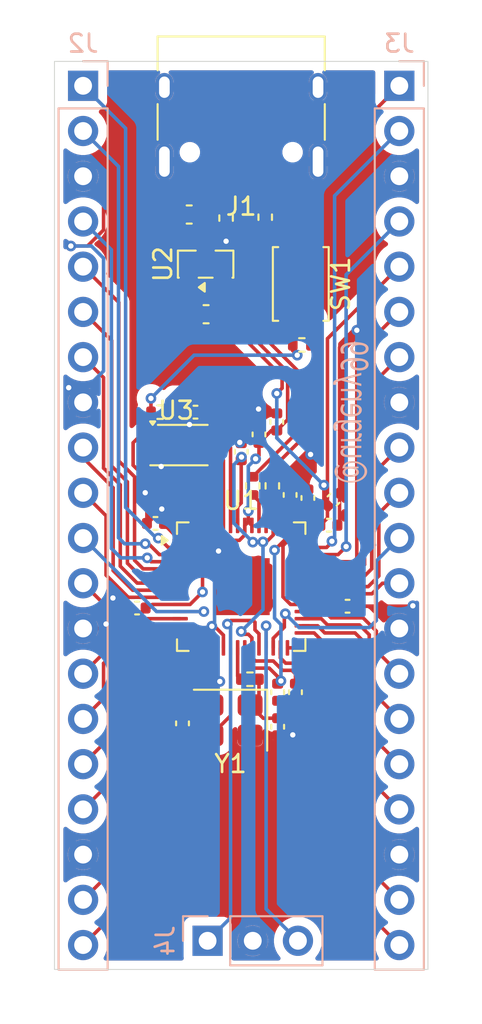
<source format=kicad_pcb>
(kicad_pcb (version 20241229) (generator "pcbnew") (generator_version "9.0")
  (layers (0 "F.Cu" signal) (2 "B.Cu" signal) (13 "F.Paste" user) (15 "B.Paste" user) (5 "F.SilkS" user "F.Silkscreen") (7 "B.SilkS" user "B.Silkscreen") (1 "F.Mask" user) (3 "B.Mask" user) (25 "Edge.Cuts" user))
  (net 0 "")
  (net 1 "+3V3")
  (net 2 "GND")
  (net 3 "+1V1")
  (net 4 "VBUS")
  (net 5 "XIN")
  (net 6 "Net-(C16-Pad2)")
  (net 7 "USB_D-")
  (net 8 "USB_D+")
  (net 9 "Net-(J1-CC1)")
  (net 10 "Net-(J1-CC2)")
  (net 11 "GPIO2")
  (net 12 "GPIO13")
  (net 13 "GPIO4")
  (net 14 "GPIO6")
  (net 15 "GPIO7")
  (net 16 "GPIO0")
  (net 17 "GPIO14")
  (net 18 "GPIO1")
  (net 19 "GPIO9")
  (net 20 "GPIO15")
  (net 21 "GPIO3")
  (net 22 "GPIO11")
  (net 23 "GPIO8")
  (net 24 "GPIO12")
  (net 25 "GPIO10")
  (net 26 "GPIO5")
  (net 27 "GPIO28_ADC2")
  (net 28 "GPIO26_ADC0")
  (net 29 "GPIO20")
  (net 30 "GPIO22")
  (net 31 "GPIO19")
  (net 32 "GPIO23")
  (net 33 "GPIO18")
  (net 34 "GPIO24")
  (net 35 "GPIO27_ADC1")
  (net 36 "GPIO17")
  (net 37 "GPIO16")
  (net 38 "GPIO29_ADC3")
  (net 39 "GPIO21")
  (net 40 "RUN")
  (net 41 "SWCLK")
  (net 42 "SWD")
  (net 43 "Net-(U1-USB_DP)")
  (net 44 "Net-(U1-USB_DM)")
  (net 45 "XOUT")
  (net 46 "QSPI_SS")
  (net 47 "Net-(R6-Pad1)")
  (net 48 "QSPI_SD0")
  (net 49 "QSPI_SD2")
  (net 50 "QSPI_SD3")
  (net 51 "QSPI_SD1")
  (net 53 "QSPI_SCLK")
  (footprint "Capacitor_SMD:C_0402_1005Metric" (layer "F.Cu") (at 154.145 77.45 180)
    (property "Reference" "C9" (hide yes))
    (property "Value" "0.1uF")
  )
  (footprint "Capacitor_SMD:C_0402_1005Metric" (layer "F.Cu") (at 161 67.7 90)
    (property "Reference" "C4" (hide yes))
    (property "Value" "0.1uF")
  )
  (footprint "Connector_USB:USB_C_Receptacle_HRO_TYPE-C-31-M-12" (layer "F.Cu") (at 160 49.25 180)
    (property "Reference" "J1")
    (property "Value" "USB_C_Receptacle_USB2.0_14P")
  )
  (footprint "Capacitor_SMD:C_0402_1005Metric" (layer "F.Cu") (at 165.98 77.35)
    (property "Reference" "C5" (hide yes))
    (property "Value" "0.1uF")
  )
  (footprint "Crystal:Crystal_SMD_3225-4Pin_3.2x2.5mm" (layer "F.Cu") (at 159.4 83.75 180)
    (property "Reference" "Y1")
    (property "Value" "12 MHz")
  )
  (footprint "Capacitor_SMD:C_0402_1005Metric" (layer "F.Cu") (at 162 67 90)
    (property "Reference" "C2" (hide yes))
    (property "Value" "0.1uF")
  )
  (footprint "Capacitor_SMD:C_0402_1005Metric" (layer "F.Cu") (at 156.7 83.93 -90)
    (property "Reference" "C15" (hide yes))
    (property "Value" "33pF")
  )
  (footprint "Package_TO_SOT_SMD:SOT-23" (layer "F.Cu") (at 158 58.1375 90)
    (property "Reference" "U2")
    (property "Value" "MCP1700x-330xxTT")
  )
  (footprint "Capacitor_SMD:C_0402_1005Metric" (layer "F.Cu") (at 164.93 72.8)
    (property "Reference" "C3" (hide yes))
    (property "Value" "0.1uF")
  )
  (footprint "Capacitor_SMD:C_0402_1005Metric" (layer "F.Cu") (at 160 68.67 90)
    (property "Reference" "C12" (hide yes))
    (property "Value" "0.1uF")
  )
  (footprint "Resistor_SMD:R_0402_1005Metric" (layer "F.Cu") (at 161.35 55.5 -90)
    (property "Reference" "R2" (hide yes))
    (property "Value" "5.1K")
  )
  (footprint "Capacitor_SMD:C_0402_1005Metric" (layer "F.Cu") (at 162.05 82.18 -90)
    (property "Reference" "C6" (hide yes))
    (property "Value" "0.1uF")
  )
  (footprint "Capacitor_SMD:C_0402_1005Metric" (layer "F.Cu") (at 155.18 72.7 180)
    (property "Reference" "C8" (hide yes))
    (property "Value" "0.1uF")
  )
  (footprint "Capacitor_SMD:C_0402_1005Metric" (layer "F.Cu") (at 163.75 71.27 90)
    (property "Reference" "C7" (hide yes))
    (property "Value" "0.1uF")
  )
  (footprint "Capacitor_SMD:C_0402_1005Metric" (layer "F.Cu") (at 162.75 71.1 90)
    (property "Reference" "C11" (hide yes))
    (property "Value" "0.1uF")
  )
  (footprint "Button_Switch_SMD:SW_Push_SPST_NO_Alps_SKRK" (layer "F.Cu") (at 163.35 59.25 -90)
    (property "Reference" "SW1")
    (property "Value" "SW_Push")
  )
  (footprint "Resistor_SMD:R_0402_1005Metric" (layer "F.Cu") (at 160.49 81.45 180)
    (property "Reference" "R5" (hide yes))
    (property "Value" "1K")
  )
  (footprint "Resistor_SMD:R_0402_1005Metric" (layer "F.Cu") (at 161.75 70.59 -90)
    (property "Reference" "R4" (hide yes))
    (property "Value" "27")
  )
  (footprint "Capacitor_SMD:C_0402_1005Metric" (layer "F.Cu") (at 157.43 66.45 180)
    (property "Reference" "C17" (hide yes))
    (property "Value" "0.1uF")
  )
  (footprint "Resistor_SMD:R_0402_1005Metric" (layer "F.Cu") (at 163.41 62.675 180)
    (property "Reference" "R6" (hide yes))
    (property "Value" "1K")
  )
  (footprint "Package_DFN_QFN:QFN-56-1EP_7x7mm_P0.4mm_EP3.2x3.2mm" (layer "F.Cu") (at 160 76.25)
    (property "Reference" "U1")
    (property "Value" "RP2040")
  )
  (footprint "Capacitor_SMD:C_0603_1608Metric" (layer "F.Cu") (at 157.075 55.35 180)
    (property "Reference" "C13" (hide yes))
    (property "Value" "10uF")
  )
  (footprint "Package_SON:Winbond_USON-8-1EP_3x2mm_P0.5mm_EP0.2x1.6mm" (layer "F.Cu") (at 156.5 68.3)
    (property "Reference" "U3")
    (property "Value" "W25Q16JVUXIQ TR")
  )
  (footprint "Resistor_SMD:R_0402_1005Metric" (layer "F.Cu") (at 155.44 66.45 180)
    (property "Reference" "R7" (hide yes))
    (property "Value" "10K")
  )
  (footprint "Capacitor_SMD:C_0402_1005Metric" (layer "F.Cu") (at 162.05 84.12 90)
    (property "Reference" "C16" (hide yes))
    (property "Value" "33pF")
  )
  (footprint "Capacitor_SMD:C_0603_1608Metric" (layer "F.Cu") (at 158.025 60.95 180)
    (property "Reference" "C14" (hide yes))
    (property "Value" "10uF")
  )
  (footprint "Capacitor_SMD:C_0402_1005Metric" (layer "F.Cu") (at 163.05 82.18 -90)
    (property "Reference" "C10" (hide yes))
    (property "Value" "1uF")
  )
  (footprint "Capacitor_SMD:C_0402_1005Metric" (layer "F.Cu") (at 165.189411 71.360589 45)
    (property "Reference" "C1" (hide yes))
    (property "Value" "1uF")
  )
  (footprint "Resistor_SMD:R_0402_1005Metric" (layer "F.Cu") (at 159.15 55.55 -90)
    (property "Reference" "R1" (hide yes))
    (property "Value" "5.1K")
  )
  (footprint "Resistor_SMD:R_0402_1005Metric" (layer "F.Cu") (at 160.65 70.59 -90)
    (property "Reference" "R3" (hide yes))
    (property "Value" "27")
  )
  (footprint "Connector_PinHeader_2.54mm:PinHeader_1x20_P2.54mm_Vertical" (layer "B.Cu") (at 151.11 48.12 180)
    (property "Reference" "J2")
    (property "Value" "Conn_01x20")
  )
  (footprint "Connector_PinHeader_2.54mm:PinHeader_1x20_P2.54mm_Vertical" (layer "B.Cu") (at 168.89 48.12 180)
    (property "Reference" "J3")
    (property "Value" "Conn_01x20")
  )
  (footprint "Connector_PinHeader_2.54mm:PinHeader_1x03_P2.54mm_Vertical" (layer "B.Cu") (at 158.11 96.14 -90)
    (property "Reference" "J4")
    (property "Value" "Conn_01x03")
  )
  (gr_rect (start 149.5 46.75) (end 170.5 97.75) (stroke (width 0.05)) (fill no) (layer "Edge.Cuts"))
  (gr_text "@urgeny99" (at 165.35 70.5 270) (layer "B.SilkS") (effects (font (size 1.5 1) (thickness 0.1)) (justify left bottom mirror)))
  (segment (start 157.91 67.535) (end 157.925 67.55) (width 0.2) (layer "F.Cu") (net 1))
  (segment (start 162.325 73.975) (end 162.35 74) (width 0.2) (layer "F.Cu") (net 1))
  (segment (start 160.4 72.6125) (end 160.6 72.8125) (width 0.2) (layer "F.Cu") (net 1))
  (segment (start 157.45 65.55) (end 157.91 66.01) (width 0.2) (layer "F.Cu") (net 1))
  (segment (start 161.7 67.48) (end 161 68.18) (width 0.2) (layer "F.Cu") (net 1))
  (segment (start 164.45 72.8) (end 164.2875 72.8) (width 0.2) (layer "F.Cu") (net 1))
  (segment (start 158.8 59.225) (end 158.95 59.075) (width 0.2) (layer "F.Cu") (net 1))
  (segment (start 158.8 60.95) (end 162.3 64.45) (width 0.2) (layer "F.Cu") (net 1))
  (segment (start 159.897774 73.65) (end 160.2 73.347774) (width 0.2) (layer "F.Cu") (net 1))
  (segment (start 160.2 80.389874) (end 160.2 79.6875) (width 0.2) (layer "F.Cu") (net 1))
  (segment (start 155.02 77.25) (end 154.81 77.46) (width 0.2) (layer "F.Cu") (net 1))
  (segment (start 164.65 70.55) (end 164.65 71.5) (width 0.2) (layer "F.Cu") (net 1))
  (segment (start 162.3 64.45) (end 162.3 65.1) (width 0.2) (layer "F.Cu") (net 1))
  (segment (start 161 68.18) (end 160.37 67.55) (width 0.2) (layer "F.Cu") (net 1))
  (segment (start 165.4 77.25) (end 165.5 77.35) (width 0.2) (layer "F.Cu") (net 1))
  (segment (start 163.8 71.7) (end 163.75 71.75) (width 0.2) (layer "F.Cu") (net 1))
  (segment (start 162.078692 81.7) (end 162.234549 81.544143) (width 0.2) (layer "F.Cu") (net 1))
  (segment (start 163.75 71.75) (end 163.6625 71.75) (width 0.2) (layer "F.Cu") (net 1))
  (segment (start 164.65 71.5) (end 164.85 71.7) (width 0.2) (layer "F.Cu") (net 1))
  (segment (start 158.8 60.95) (end 158.8 59.225) (width 0.2) (layer "F.Cu") (net 1))
  (segment (start 162.35 74) (end 162.35 76.825) (width 0.2) (layer "F.Cu") (net 1))
  (segment (start 155.01 77.25) (end 154.81 77.45) (width 0.2) (layer "F.Cu") (net 1))
  (segment (start 161 68.18) (end 161 68.88147) (width 0.2) (layer "F.Cu") (net 1))
  (segment (start 160.2 73.347774) (end 160.2 72.8125) (width 0.2) (layer "F.Cu") (net 1))
  (segment (start 157.825 74.326) (end 157.825 76.55) (width 0.2) (layer "F.Cu") (net 1))
  (segment (start 164.85 71.7) (end 163.8 71.7) (width 0.2) (layer "F.Cu") (net 1))
  (segment (start 156.5625 77.25) (end 157.125 77.25) (width 0.2) (layer "F.Cu") (net 1))
  (segment (start 156.5625 73.65) (end 157.149 73.65) (width 0.2) (layer "F.Cu") (net 1))
  (segment (start 162 67.48) (end 161.7 67.48) (width 0.2) (layer "F.Cu") (net 1))
  (segment (start 155.66 72.7475) (end 156.5625 73.65) (width 0.2) (layer "F.Cu") (net 1))
  (segment (start 162.65 73.65) (end 162.325 73.975) (width 0.2) (layer "F.Cu") (net 1))
  (segment (start 161.577 80.827) (end 160.637126 80.827) (width 0.2) (layer "F.Cu") (net 1))
  (segment (start 162.775 77.25) (end 163.4375 77.25) (width 0.2) (layer "F.Cu") (net 1))
  (segment (start 162.05 81.3) (end 161.577 80.827) (width 0.2) (layer "F.Cu") (net 1))
  (segment (start 160.4 71.999527) (end 160.4 72.6125) (width 0.2) (layer "F.Cu") (net 1))
  (segment (start 161 68.88147) (end 160.809998 69.071472) (width 0.2) (layer "F.Cu") (net 1))
  (segment (start 162.425 73.65) (end 162.65 73.65) (width 0.2) (layer "F.Cu") (net 1))
  (segment (start 160.637126 80.827) (end 160.2 80.389874) (width 0.2) (layer "F.Cu") (net 1))
  (segment (start 157.125 77.25) (end 157.825 76.55) (width 0.2) (layer "F.Cu") (net 1))
  (segment (start 157.91 66.45) (end 157.91 67.535) (width 0.2) (layer "F.Cu") (net 1))
  (segment (start 155.66 72.7) (end 155.66 72.7475) (width 0.2) (layer "F.Cu") (net 1))
  (segment (start 164.85 72.4) (end 164.45 72.8) (width 0.2) (layer "F.Cu") (net 1))
  (segment (start 162.3 64.45) (end 162.611 64.761) (width 0.2) (layer "F.Cu") (net 1))
  (segment (start 162.611 64.761) (end 162.611 66.869) (width 0.2) (layer "F.Cu") (net 1))
  (segment (start 160.4 72.6125) (end 160.2 72.8125) (width 0.2) (layer "F.Cu") (net 1))
  (segment (start 164.85 62.32) (end 164.85 71.7) (width 0.2) (layer "F.Cu") (net 1))
  (segment (start 168.89 58.28) (end 164.85 62.32) (width 0.2) (layer "F.Cu") (net 1))
  (segment (start 161.875 74.2) (end 162.425 73.65) (width 0.2) (layer "F.Cu") (net 1))
  (segment (start 155.95 66.45) (end 155.95 65.8) (width 0.2) (layer "F.Cu") (net 1))
  (segment (start 156.2 65.55) (end 157.45 65.55) (width 0.2) (layer "F.Cu") (net 1))
  (segment (start 157.149 73.65) (end 157.825 74.326) (width 0.2) (layer "F.Cu") (net 1))
  (segment (start 157.91 66.01) (end 157.91 66.45) (width 0.2) (layer "F.Cu") (net 1))
  (segment (start 162.05 81.7) (end 162.078692 81.7) (width 0.2) (layer "F.Cu") (net 1))
  (segment (start 163.6625 71.75) (end 162.6 72.8125) (width 0.2) (layer "F.Cu") (net 1))
  (segment (start 162.05 81.7) (end 162.05 81.3) (width 0.2) (layer "F.Cu") (net 1))
  (segment (start 156.5625 77.25) (end 155.01 77.25) (width 0.2) (layer "F.Cu") (net 1))
  (segment (start 164.2875 72.8) (end 163.4375 73.65) (width 0.2) (layer "F.Cu") (net 1))
  (segment (start 162.3 65.1) (end 162 65.4) (width 0.2) (layer "F.Cu") (net 1))
  (segment (start 160.37 67.55) (end 157.925 67.55) (width 0.2) (layer "F.Cu") (net 1))
  (segment (start 163.4375 77.25) (end 165.4 77.25) (width 0.2) (layer "F.Cu") (net 1))
  (segment (start 162.35 76.825) (end 162.775 77.25) (width 0.2) (layer "F.Cu") (net 1))
  (segment (start 164.85 71.7) (end 164.85 72.4) (width 0.2) (layer "F.Cu") (net 1))
  (segment (start 156.5625 73.65) (end 159.897774 73.65) (width 0.2) (layer "F.Cu") (net 1))
  (segment (start 162.6 72.8125) (end 162.2 72.8125) (width 0.2) (layer "F.Cu") (net 1))
  (segment (start 162.611 66.869) (end 162 67.48) (width 0.2) (layer "F.Cu") (net 1))
  (segment (start 155.95 65.8) (end 156.2 65.55) (width 0.2) (layer "F.Cu") (net 1))
  (segment (start 163.4375 73.65) (end 162.65 73.65) (width 0.2) (layer "F.Cu") (net 1))
  (via (at 160.4 71.999527) (size 0.6) (drill 0.3) (layers "F.Cu" "B.Cu") (net 1))
  (via (at 162 65.4) (size 0.6) (drill 0.3) (layers "F.Cu" "B.Cu") (net 1))
  (via (at 160.809998 69.071472) (size 0.6) (drill 0.3) (layers "F.Cu" "B.Cu") (net 1))
  (via (at 161.875 74.2) (size 0.6) (drill 0.3) (layers "F.Cu" "B.Cu") (net 1))
  (via (at 162.234549 81.544143) (size 0.6) (drill 0.3) (layers "F.Cu" "B.Cu") (net 1))
  (via (at 164.65 70.55) (size 0.6) (drill 0.3) (layers "F.Cu" "B.Cu") (net 1))
  (via (at 157.825 76.55) (size 0.6) (drill 0.3) (layers "F.Cu" "B.Cu") (net 1))
  (segment (start 162 67.9) (end 164.65 70.55) (width 0.2) (layer "B.Cu") (net 1))
  (segment (start 162.234549 81.544143) (end 162.234549 78.377273) (width 0.2) (layer "B.Cu") (net 1))
  (segment (start 160.809998 69.071472) (end 160.4 69.48147) (width 0.2) (layer "B.Cu") (net 1))
  (segment (start 162.234549 78.377273) (end 161.875 78.017724) (width 0.2) (layer "B.Cu") (net 1))
  (segment (start 162 65.4) (end 162 67.9) (width 0.2) (layer "B.Cu") (net 1))
  (segment (start 161.875 78.017724) (end 161.875 74.2) (width 0.2) (layer "B.Cu") (net 1))
  (segment (start 160.4 69.48147) (end 160.4 71.999527) (width 0.2) (layer "B.Cu") (net 1))
  (segment (start 154.7 72.7) (end 154.7 72.025) (width 0.2) (layer "F.Cu") (net 2))
  (segment (start 158.5 78.475) (end 159 78.975) (width 0.2) (layer "F.Cu") (net 2))
  (segment (start 157.091034 67.144322) (end 157.091034 66.591034) (width 0.2) (layer "F.Cu") (net 2))
  (segment (start 151.11 53.2) (end 151.11 53.34) (width 0.2) (layer "F.Cu") (net 2))
  (segment (start 165.528822 71.021178) (end 165.528822 62.821178) (width 0.2) (layer "F.Cu") (net 2))
  (segment (start 154.7 72.7) (end 154.723575 72.7) (width 0.2) (layer "F.Cu") (net 2))
  (segment (start 154.7 72.025) (end 155 71.725) (width 0.2) (layer "F.Cu") (net 2))
  (segment (start 154.7 72.7) (end 154.7 71.072) (width 0.2) (layer "F.Cu") (net 2))
  (segment (start 151.11 65.9) (end 151.11 65.885) (width 0.2) (layer "F.Cu") (net 2))
  (segment (start 154.723575 72.7) (end 155.533575 71.89) (width 0.2) (layer "F.Cu") (net 2))
  (segment (start 155.075 69.05) (end 155.075 69.076473) (width 0.2) (layer "F.Cu") (net 2))
  (segment (start 151.358911 57.118849) (end 152.261 56.21676) (width 0.2) (layer "F.Cu") (net 2))
  (segment (start 153.34853 77.45) (end 153.85 77.45) (width 0.2) (layer "F.Cu") (net 2))
  (segment (start 158.3 82.9) (end 158.3 82.075) (width 0.2) (layer "F.Cu") (net 2))
  (segment (start 157.75 83.45) (end 158.3 82.9) (width 0.2) (layer "F.Cu") (net 2))
  (segment (start 158.3 82.075) (end 158.8 81.575) (width 0.2) (layer "F.Cu") (net 2))
  (segment (start 167.64 77.35) (end 168.89 78.6) (width 0.2) (layer "F.Cu") (net 2))
  (segment (start 160 68.19) (end 159.959617 68.19) (width 0.2) (layer "F.Cu") (net 2))
  (segment (start 154.7 71.072) (end 154.603 70.975) (width 0.2) (layer "F.Cu") (net 2))
  (segment (start 157.091034 66.591034) (end 156.95 66.45) (width 0.2) (layer "F.Cu") (net 2))
  (segment (start 166.46 77.35) (end 169.625 77.35) (width 0.2) (layer "F.Cu") (net 2))
  (segment (start 162.075 84.575) (end 162.05 84.6) (width 0.2) (layer "F.Cu") (net 2))
  (segment (start 162 66.52) (end 161.22 66.52) (width 0.2) (layer "F.Cu") (net 2))
  (segment (start 151.11 53.34) (end 150.35 54.1) (width 0.2) (layer "F.Cu") (net 2))
  (segment (start 152.15 78.6) (end 152.4 78.35) (width 0.2) (layer "F.Cu") (net 2))
  (segment (start 152.786765 76.888235) (end 153.34853 77.45) (width 0.2) (layer "F.Cu") (net 2))
  (segment (start 160.74 84.36) (end 160.5 84.6) (width 0.2) (layer "F.Cu") (net 2))
  (segment (start 162.05 82.66) (end 162.39 82.66) (width 0.2) (layer "F.Cu") (net 2))
  (segment (start 159.959617 68.19) (end 159.919616 68.149999) (width 0.2) (layer "F.Cu") (net 2))
  (segment (start 165.528822 72.681178) (end 165.528822 71.021178) (width 0.2) (layer "F.Cu") (net 2))
  (segment (start 155.075 69.076473) (end 155.5 69.501473) (width 0.2) (layer "F.Cu") (net 2))
  (segment (start 150.421352 57.118849) (end 151.358911 57.118849) (width 0.2) (layer "F.Cu") (net 2))
  (segment (start 159.15 56.06) (end 159.15 56.85) (width 0.2) (layer "F.Cu") (net 2))
  (segment (start 152.261 54.351) (end 151.11 53.2) (width 0.2) (layer "F.Cu") (net 2))
  (segment (start 165.41 72.8) (end 165.528822 72.681178) (width 0.2) (layer "F.Cu") (net 2))
  (segment (start 163.75 68.975) (end 163.9 68.825) (width 0.2) (layer "F.Cu") (net 2))
  (segment (start 162.05 84.6) (end 160.5 84.6) (width 0.2) (layer "F.Cu") (net 2))
  (segment (start 151.11 78.6) (end 152.15 78.6) (width 0.2) (layer "F.Cu") (net 2))
  (segment (start 165.528822 62.821178) (end 166.5 61.85) (width 0.2) (layer "F.Cu") (net 2))
  (segment (start 166.46 77.35) (end 167.64 77.35) (width 0.2) (layer "F.Cu") (net 2))
  (segment (start 161 66.3) (end 160.975 66.275) (width 0.2) (layer "F.Cu") (net 2))
  (segment (start 151.11 65.885) (end 150.3 65.075) (width 0.2) (layer "F.Cu") (net 2))
  (segment (start 162.9 84.575) (end 162.075 84.575) (width 0.2) (layer "F.Cu") (net 2))
  (segment (start 163.75 70.79) (end 163.75 68.975) (width 0.2) (layer "F.Cu") (net 2))
  (segment (start 159 79.6875) (end 159 78.975) (width 0.2) (layer "F.Cu") (net 2))
  (segment (start 156.7 83.45) (end 157.75 83.45) (width 0.2) (layer "F.Cu") (net 2))
  (segment (start 161 67.22) (end 161 66.3) (width 0.2) (layer "F.Cu") (net 2))
  (segment (start 152.261 56.21676) (end 152.261 54.351) (width 0.2) (layer "F.Cu") (net 2))
  (segment (start 162.39 82.66) (end 162.4 82.65) (width 0.2) (layer "F.Cu") (net 2))
  (segment (start 161.22 66.52) (end 160.975 66.275) (width 0.2) (layer "F.Cu") (net 2))
  (segment (start 169.625 77.35) (end 169.65 77.325) (width 0.2) (layer "F.Cu") (net 2))
  (segment (start 158.35 78.475) (end 158.5 78.475) (width 0.2) (layer "F.Cu") (net 2))
  (via (at 162.9 84.575) (size 0.6) (drill 0.3) (layers "F.Cu" "B.Cu") (net 2))
  (via (at 163.9 68.825) (size 0.6) (drill 0.3) (layers "F.Cu" "B.Cu") (net 2))
  (via (at 155.5 69.501473) (size 0.6) (drill 0.3) (layers "F.Cu" "B.Cu") (net 2))
  (via (at 154.603 70.975) (size 0.6) (drill 0.3) (layers "F.Cu" "B.Cu") (net 2))
  (via (at 158.8 81.575) (size 0.6) (drill 0.3) (layers "F.Cu" "B.Cu") (net 2))
  (via (at 160.975 66.275) (size 0.6) (drill 0.3) (layers "F.Cu" "B.Cu") (net 2))
  (via (at 159.15 56.85) (size 0.6) (drill 0.3) (layers "F.Cu" "B.Cu") (net 2))
  (via (at 150.3 65.075) (size 0.6) (drill 0.3) (layers "F.Cu" "B.Cu") (net 2))
  (via (at 152.786765 76.888235) (size 0.6) (drill 0.3) (layers "F.Cu" "B.Cu") (net 2))
  (via (at 158.725 74.25) (size 0.6) (drill 0.3) (layers "F.Cu" "B.Cu") (net 2))
  (via (at 152.4 78.35) (size 0.6) (drill 0.3) (layers "F.Cu" "B.Cu") (net 2))
  (via (at 155.533575 71.89) (size 0.6) (drill 0.3) (layers "F.Cu" "B.Cu") (net 2))
  (via (at 158.35 78.475) (size 0.6) (drill 0.3) (layers "F.Cu" "B.Cu") (net 2))
  (via (at 166.5 61.85) (size 0.6) (drill 0.3) (layers "F.Cu" "B.Cu") (net 2))
  (via (at 150.421352 57.118849) (size 0.6) (drill 0.3) (layers "F.Cu" "B.Cu") (net 2))
  (via (at 157.091034 67.144322) (size 0.6) (drill 0.3) (layers "F.Cu" "B.Cu") (net 2))
  (via (at 159.919616 68.149999) (size 0.6) (drill 0.3) (layers "F.Cu" "B.Cu") (net 2))
  (via (at 169.65 77.325) (size 0.6) (drill 0.3) (layers "F.Cu" "B.Cu") (net 2))
  (segment (start 157.893575 74.25) (end 158.725 74.25) (width 0.2) (layer "B.Cu") (net 2))
  (segment (start 158.500998 74.474002) (end 158.725 74.25) (width 0.2) (layer "B.Cu") (net 2))
  (segment (start 158.500998 78.324002) (end 158.500998 74.474002) (width 0.2) (layer "B.Cu") (net 2))
  (segment (start 155.533575 71.89) (end 157.893575 74.25) (width 0.2) (layer "B.Cu") (net 2))
  (segment (start 157.091034 68.486966) (end 157.091034 67.144322) (width 0.2) (layer "B.Cu") (net 2))
  (segment (start 152.4 77.275) (end 152.786765 76.888235) (width 0.2) (layer "B.Cu") (net 2))
  (segment (start 150.3 65.075) (end 151.325 65.075) (width 0.2) (layer "B.Cu") (net 2))
  (segment (start 166.5 63.51) (end 168.89 65.9) (width 0.2) (layer "B.Cu") (net 2))
  (segment (start 158.35 78.475) (end 158.500998 78.324002) (width 0.2) (layer "B.Cu") (net 2))
  (segment (start 169.65 77.325) (end 169.65 77.825) (width 0.2) (layer "B.Cu") (net 2))
  (segment (start 154.603 70.975) (end 157.091034 68.486966) (width 0.2) (layer "B.Cu") (net 2))
  (segment (start 169.65 77.825) (end 162.9 84.575) (width 0.2) (layer "B.Cu") (net 2))
  (segment (start 158.35 81.125) (end 158.35 78.475) (width 0.2) (layer "B.Cu") (net 2))
  (segment (start 152.261 64.139) (end 152.261 57.80324) (width 0.2) (layer "B.Cu") (net 2))
  (segment (start 152.4 78.35) (end 152.4 77.275) (width 0.2) (layer "B.Cu") (net 2))
  (segment (start 155.5 69.501473) (end 155.5 70.078) (width 0.2) (layer "B.Cu") (net 2))
  (segment (start 152.261 57.80324) (end 151.576609 57.118849) (width 0.2) (layer "B.Cu") (net 2))
  (segment (start 151.576609 57.118849) (end 150.421352 57.118849) (width 0.2) (layer "B.Cu") (net 2))
  (segment (start 159.919616 68.149999) (end 158.913939 67.144322) (width 0.2) (layer "B.Cu") (net 2))
  (segment (start 155.5 70.078) (end 154.603 70.975) (width 0.2) (layer "B.Cu") (net 2))
  (segment (start 166.5 61.85) (end 166.5 63.51) (width 0.2) (layer "B.Cu") (net 2))
  (segment (start 158.913939 67.144322) (end 157.091034 67.144322) (width 0.2) (layer "B.Cu") (net 2))
  (segment (start 158.8 81.575) (end 158.35 81.125) (width 0.2) (layer "B.Cu") (net 2))
  (segment (start 151.325 65.075) (end 152.261 64.139) (width 0.2) (layer "B.Cu") (net 2))
  (segment (start 160.016458 68.97) (end 160.016458 69.133542) (width 0.2) (layer "F.Cu") (net 3))
  (segment (start 161.8 80.426) (end 160.803226 80.426) (width 0.2) (layer "F.Cu") (net 3))
  (segment (start 160.6 79.6875) (end 160.6 80.222774) (width 0.2) (layer "F.Cu") (net 3))
  (segment (start 163.05 81.151) (end 162.85 80.951) (width 0.2) (layer "F.Cu") (net 3))
  (segment (start 161.414453 73.735547) (end 161.8 73.35) (width 0.2) (layer "F.Cu") (net 3))
  (segment (start 162.75 71.58) (end 162.440001 71.58) (width 0.2) (layer "F.Cu") (net 3))
  (segment (start 159.8 71.751) (end 159.8 72.8125) (width 0.2) (layer "F.Cu") (net 3))
  (segment (start 160.016458 69.133542) (end 160 69.15) (width 0.2) (layer "F.Cu") (net 3))
  (segment (start 161.223629 73.735547) (end 161.414453 73.735547) (width 0.2) (layer "F.Cu") (net 3))
  (segment (start 161.223629 73.735547) (end 160.666358 73.735547) (width 0.2) (layer "F.Cu") (net 3))
  (segment (start 161.8 73.35) (end 161.8 72.8125) (width 0.2) (layer "F.Cu") (net 3))
  (segment (start 160.4 78.925) (end 160.159581 78.925) (width 0.2) (layer "F.Cu") (net 3))
  (segment (start 160 69.15) (end 160 71.551) (width 0.2) (layer "F.Cu") (net 3))
  (segment (start 160.803226 80.426) (end 160.6 80.222774) (width 0.2) (layer "F.Cu") (net 3))
  (segment (start 162.440001 71.58) (end 161.8 72.220001) (width 0.2) (layer "F.Cu") (net 3))
  (segment (start 160.159581 78.925) (end 160.001 78.766419) (width 0.2) (layer "F.Cu") (net 3))
  (segment (start 162.325 80.951) (end 161.8 80.426) (width 0.2) (layer "F.Cu") (net 3))
  (segment (start 160 71.551) (end 159.8 71.751) (width 0.2) (layer "F.Cu") (net 3))
  (segment (start 163.05 81.7) (end 163.05 81.151) (width 0.2) (layer "F.Cu") (net 3))
  (segment (start 161.8 72.220001) (end 161.8 72.8125) (width 0.2) (layer "F.Cu") (net 3))
  (segment (start 160.666358 73.735547) (end 160.651905 73.75) (width 0.2) (layer "F.Cu") (net 3))
  (segment (start 162.85 80.951) (end 162.325 80.951) (width 0.2) (layer "F.Cu") (net 3))
  (segment (start 160.6 79.6875) (end 160.6 79.125) (width 0.2) (layer "F.Cu") (net 3))
  (segment (start 160.6 79.125) (end 160.4 78.925) (width 0.2) (layer "F.Cu") (net 3))
  (via (at 160.016458 68.97) (size 0.6) (drill 0.3) (layers "F.Cu" "B.Cu") (net 3))
  (via (at 160.651905 73.75) (size 0.6) (drill 0.3) (layers "F.Cu" "B.Cu") (net 3))
  (via (at 160.001 78.766419) (size 0.6) (drill 0.3) (layers "F.Cu" "B.Cu") (net 3))
  (via (at 161.223629 73.735547) (size 0.6) (drill 0.3) (layers "F.Cu" "B.Cu") (net 3))
  (segment (start 159.588382 72.686477) (end 159.588382 69.398076) (width 0.2) (layer "B.Cu") (net 3))
  (segment (start 161.225 73.736918) (end 161.223629 73.735547) (width 0.2) (layer "B.Cu") (net 3))
  (segment (start 160.001 78.766419) (end 161.225 77.542419) (width 0.2) (layer "B.Cu") (net 3))
  (segment (start 160.651905 73.75) (end 159.588382 72.686477) (width 0.2) (layer "B.Cu") (net 3))
  (segment (start 161.225 77.542419) (end 161.225 73.736918) (width 0.2) (layer "B.Cu") (net 3))
  (segment (start 159.588382 69.398076) (end 160.016458 68.97) (width 0.2) (layer "B.Cu") (net 3))
  (segment (start 157.55 55.05) (end 157.55 53.295) (width 0.2) (layer "F.Cu") (net 4))
  (segment (start 162.214 51.386) (end 162.214 53.059) (width 0.2) (layer "F.Cu") (net 4))
  (segment (start 168.89 48.12) (end 167.56 49.45) (width 0.2) (layer "F.Cu") (net 4))
  (segment (start 157.85 55.35) (end 157.55 55.05) (width 0.2) (layer "F.Cu") (net 4))
  (segment (start 157.55 52.37) (end 157.55 53.295) (width 0.2) (layer "F.Cu") (net 4))
  (segment (start 162.214 53.059) (end 162.45 53.295) (width 0.2) (layer "F.Cu") (net 4))
  (segment (start 158 55.5) (end 157.85 55.35) (width 0.2) (layer "F.Cu") (net 4))
  (segment (start 158.534 51.386) (end 157.55 52.37) (width 0.2) (layer "F.Cu") (net 4))
  (segment (start 167.56 49.45) (end 164.15 49.45) (width 0.2) (layer "F.Cu") (net 4))
  (segment (start 164.15 49.45) (end 162.214 51.386) (width 0.2) (layer "F.Cu") (net 4))
  (segment (start 162.214 51.386) (end 158.534 51.386) (width 0.2) (layer "F.Cu") (net 4))
  (segment (start 158 57.2) (end 158 55.5) (width 0.2) (layer "F.Cu") (net 4))
  (segment (start 156.7 84.41) (end 158.11 84.41) (width 0.2) (layer "F.Cu") (net 5))
  (segment (start 159.4 83.5) (end 159.4 79.6875) (width 0.2) (layer "F.Cu") (net 5))
  (segment (start 158.11 84.41) (end 158.3 84.6) (width 0.2) (layer "F.Cu") (net 5))
  (segment (start 158.3 84.6) (end 159.4 83.5) (width 0.2) (layer "F.Cu") (net 5))
  (segment (start 161.24 83.64) (end 160.5 82.9) (width 0.2) (layer "F.Cu") (net 6))
  (segment (start 161 82.4) (end 160.5 82.9) (width 0.2) (layer "F.Cu") (net 6))
  (segment (start 162.05 83.64) (end 161.24 83.64) (width 0.2) (layer "F.Cu") (net 6))
  (segment (start 161 81.45) (end 161 82.4) (width 0.2) (layer "F.Cu") (net 6))
  (segment (start 160.669 52.269) (end 160.75 52.35) (width 0.2) (layer "F.Cu") (net 7))
  (segment (start 159.75 53.295) (end 159.75 52.318) (width 0.2) (layer "F.Cu") (net 7))
  (segment (start 163.475 67.891397) (end 163.475 64.792496) (width 0.2) (layer "F.Cu") (net 7))
  (segment (start 163.475 64.792496) (end 163.475 64.422918) (width 0.2) (layer "F.Cu") (net 7))
  (segment (start 161.75 70.08) (end 161.75 69.616397) (width 0.2) (layer "F.Cu") (net 7))
  (segment (start 160.75 52.35) (end 160.75 53.295) (width 0.2) (layer "F.Cu") (net 7))
  (segment (start 160.725 54.407501) (end 160.725 60.26784) (width 0.2) (layer "F.Cu") (net 7))
  (segment (start 160.725 61.120148) (end 160.725 61.46784) (width 0.2) (layer "F.Cu") (net 7))
  (segment (start 159.75 52.318) (end 159.799 52.269) (width 0.2) (layer "F.Cu") (net 7))
  (segment (start 163.475 64.422918) (end 163.170223 64.118141) (width 0.2) (layer "F.Cu") (net 7))
  (segment (start 161.75 69.616397) (end 163.475 67.891397) (width 0.2) (layer "F.Cu") (net 7))
  (segment (start 160.977308 60.520148) (end 160.977308 60.86784) (width 0.2) (layer "F.Cu") (net 7))
  (segment (start 160.725 61.672918) (end 163.170223 64.118141) (width 0.2) (layer "F.Cu") (net 7))
  (segment (start 160.75 53.295) (end 160.75 54.382501) (width 0.2) (layer "F.Cu") (net 7))
  (segment (start 159.799 52.269) (end 160.669 52.269) (width 0.2) (layer "F.Cu") (net 7))
  (segment (start 160.75 54.382501) (end 160.725 54.407501) (width 0.2) (layer "F.Cu") (net 7))
  (segment (start 160.725 61.46784) (end 160.725 61.672918) (width 0.2) (layer "F.Cu") (net 7))
  (arc (start 160.725 60.26784) (mid 160.76195 60.357044) (end 160.851154 60.393994) (width 0.2) (layer "F.Cu") (net 7))
  (arc (start 160.851154 60.393994) (mid 160.940358 60.430944) (end 160.977308 60.520148) (width 0.2) (layer "F.Cu") (net 7))
  (arc (start 160.851154 60.993994) (mid 160.76195 61.030944) (end 160.725 61.120148) (width 0.2) (layer "F.Cu") (net 7))
  (arc (start 160.977308 60.86784) (mid 160.940358 60.957044) (end 160.851154 60.993994) (width 0.2) (layer "F.Cu") (net 7))
  (segment (start 160.25 53.295) (end 160.25 54.382501) (width 0.2) (layer "F.Cu") (net 8))
  (segment (start 159.25 53.295) (end 159.25 54.272) (width 0.2) (layer "F.Cu") (net 8))
  (segment (start 160.25 54.382501) (end 160.275 54.407501) (width 0.2) (layer "F.Cu") (net 8))
  (segment (start 160.275 54.407501) (end 160.275 61.859314) (width 0.2) (layer "F.Cu") (net 8))
  (segment (start 160.275 61.859314) (end 163.025 64.609314) (width 0.2) (layer "F.Cu") (net 8))
  (segment (start 160.201 54.321) (end 160.25 54.272) (width 0.2) (layer "F.Cu") (net 8))
  (segment (start 163.025 64.609314) (end 163.025 67.705) (width 0.2) (layer "F.Cu") (net 8))
  (segment (start 159.299 54.321) (end 160.201 54.321) (width 0.2) (layer "F.Cu") (net 8))
  (segment (start 159.25 54.272) (end 159.299 54.321) (width 0.2) (layer "F.Cu") (net 8))
  (segment (start 163.025 67.705) (end 160.65 70.08) (width 0.2) (layer "F.Cu") (net 8))
  (segment (start 160.25 54.272) (end 160.25 53.295) (width 0.2) (layer "F.Cu") (net 8))
  (segment (start 161.35 54.99) (end 161.25 54.89) (width 0.2) (layer "F.Cu") (net 9))
  (segment (start 161.25 54.89) (end 161.25 53.295) (width 0.2) (layer "F.Cu") (net 9))
  (segment (start 158.25 54.14) (end 158.25 53.295) (width 0.2) (layer "F.Cu") (net 10))
  (segment (start 159.15 55.04) (end 158.25 54.14) (width 0.2) (layer "F.Cu") (net 10))
  (segment (start 154.716365 74.633635) (end 154.93273 74.85) (width 0.2) (layer "F.Cu") (net 11))
  (segment (start 154.93273 74.85) (end 156.5625 74.85) (width 0.2) (layer "F.Cu") (net 11))
  (via (at 154.716365 74.633635) (size 0.6) (drill 0.3) (layers "F.Cu" "B.Cu") (net 11))
  (segment (start 152.7 74.1) (end 153.233635 74.633635) (width 0.2) (layer "B.Cu") (net 11))
  (segment (start 151.11 55.74) (end 152.7 57.33) (width 0.2) (layer "B.Cu") (net 11))
  (segment (start 152.7 57.33) (end 152.7 74.1) (width 0.2) (layer "B.Cu") (net 11))
  (segment (start 153.233635 74.633635) (end 154.716365 74.633635) (width 0.2) (layer "B.Cu") (net 11))
  (segment (start 153.25 81.8) (end 154.2 80.85) (width 0.2) (layer "F.Cu") (net 12))
  (segment (start 154.2 80.85) (end 157.4 80.85) (width 0.2) (layer "F.Cu") (net 12))
  (segment (start 157.8 80.45) (end 157.8 79.6875) (width 0.2) (layer "F.Cu") (net 12))
  (segment (start 153.25 86.62) (end 153.25 81.8) (width 0.2) (layer "F.Cu") (net 12))
  (segment (start 157.4 80.85) (end 157.8 80.45) (width 0.2) (layer "F.Cu") (net 12))
  (segment (start 151.11 88.76) (end 153.25 86.62) (width 0.2) (layer "F.Cu") (net 12))
  (segment (start 154.3171 75.65) (end 153.602 74.9349) (width 0.2) (layer "F.Cu") (net 13))
  (segment (start 153.602 74.9349) (end 153.602 70.3678) (width 0.2) (layer "F.Cu") (net 13))
  (segment (start 156.5625 75.65) (end 154.3171 75.65) (width 0.2) (layer "F.Cu") (net 13))
  (segment (start 152.7171 62.4271) (end 151.11 60.82) (width 0.2) (layer "F.Cu") (net 13))
  (segment (start 152.7171 69.4829) (end 152.7171 62.4271) (width 0.2) (layer "F.Cu") (net 13))
  (segment (start 153.602 70.3678) (end 152.7171 69.4829) (width 0.2) (layer "F.Cu") (net 13))
  (segment (start 151.11 69.01) (end 151.11 68.44) (width 0.2) (layer "F.Cu") (net 14))
  (segment (start 152.8 70.7) (end 151.11 69.01) (width 0.2) (layer "F.Cu") (net 14))
  (segment (start 156.5625 76.45) (end 153.9 76.45) (width 0.2) (layer "F.Cu") (net 14))
  (segment (start 153.9 76.45) (end 152.8 75.35) (width 0.2) (layer "F.Cu") (net 14))
  (segment (start 152.8 75.35) (end 152.8 70.7) (width 0.2) (layer "F.Cu") (net 14))
  (segment (start 152.4 72.27) (end 151.11 70.98) (width 0.2) (layer "F.Cu") (net 15))
  (segment (start 152.7 75.9) (end 152.4 75.6) (width 0.2) (layer "F.Cu") (net 15))
  (segment (start 153.65 76.85) (end 152.7 75.9) (width 0.2) (layer "F.Cu") (net 15))
  (segment (start 152.4 75.6) (end 152.4 72.27) (width 0.2) (layer "F.Cu") (net 15))
  (segment (start 156.5625 76.85) (end 153.65 76.85) (width 0.2) (layer "F.Cu") (net 15))
  (segment (start 155.337231 73.524046) (end 155.374046 73.524046) (width 0.2) (layer "F.Cu") (net 16))
  (segment (start 155.9 74.05) (end 156.5625 74.05) (width 0.2) (layer "F.Cu") (net 16))
  (segment (start 155.374046 73.524046) (end 155.9 74.05) (width 0.2) (layer "F.Cu") (net 16))
  (via (at 155.337231 73.524046) (size 0.6) (drill 0.3) (layers "F.Cu" "B.Cu") (net 16))
  (segment (start 153.5 71.8) (end 155.224046 73.524046) (width 0.2) (layer "B.Cu") (net 16))
  (segment (start 155.224046 73.524046) (end 155.337231 73.524046) (width 0.2) (layer "B.Cu") (net 16))
  (segment (start 151.11 48.12) (end 153.5 50.51) (width 0.2) (layer "B.Cu") (net 16))
  (segment (start 153.5 50.51) (end 153.5 71.8) (width 0.2) (layer "B.Cu") (net 16))
  (segment (start 154.5 81.25) (end 157.6 81.25) (width 0.2) (layer "F.Cu") (net 17))
  (segment (start 153.8 91.15) (end 153.8 81.95) (width 0.2) (layer "F.Cu") (net 17))
  (segment (start 151.11 93.84) (end 153.8 91.15) (width 0.2) (layer "F.Cu") (net 17))
  (segment (start 153.8 81.95) (end 154.5 81.25) (width 0.2) (layer "F.Cu") (net 17))
  (segment (start 158.2 80.65) (end 158.2 79.6875) (width 0.2) (layer "F.Cu") (net 17))
  (segment (start 157.6 81.25) (end 158.2 80.65) (width 0.2) (layer "F.Cu") (net 17))
  (segment (start 154.602999 73.841706) (end 154.791706 73.841706) (width 0.2) (layer "F.Cu") (net 18))
  (segment (start 154.791706 73.841706) (end 155.4 74.45) (width 0.2) (layer "F.Cu") (net 18))
  (segment (start 155.4 74.45) (end 156.5625 74.45) (width 0.2) (layer "F.Cu") (net 18))
  (via (at 154.602999 73.841706) (size 0.6) (drill 0.3) (layers "F.Cu" "B.Cu") (net 18))
  (segment (start 153.441706 73.841706) (end 154.602999 73.841706) (width 0.2) (layer "B.Cu") (net 18))
  (segment (start 151.11 50.66) (end 153.1 52.65) (width 0.2) (layer "B.Cu") (net 18))
  (segment (start 153.1 52.65) (end 153.1 73.5) (width 0.2) (layer "B.Cu") (net 18))
  (segment (start 153.1 73.5) (end 153.441706 73.841706) (width 0.2) (layer "B.Cu") (net 18))
  (segment (start 151.11 76.06) (end 153.1 78.05) (width 0.2) (layer "F.Cu") (net 19))
  (segment (start 153.1 78.05) (end 156.5625 78.05) (width 0.2) (layer "F.Cu") (net 19))
  (segment (start 158.6 80.8171) (end 158.6 79.6875) (width 0.2) (layer "F.Cu") (net 20))
  (segment (start 157.6671 81.75) (end 158.6 80.8171) (width 0.2) (layer "F.Cu") (net 20))
  (segment (start 154.75 81.75) (end 157.6671 81.75) (width 0.2) (layer "F.Cu") (net 20))
  (segment (start 151.11 96.38) (end 154.35 93.14) (width 0.2) (layer "F.Cu") (net 20))
  (segment (start 154.35 82.15) (end 154.75 81.75) (width 0.2) (layer "F.Cu") (net 20))
  (segment (start 154.35 93.14) (end 154.35 82.15) (width 0.2) (layer "F.Cu") (net 20))
  (segment (start 154.003 70.077998) (end 153.1181 69.193098) (width 0.2) (layer "F.Cu") (net 21))
  (segment (start 153.1181 69.193098) (end 153.1181 60.2881) (width 0.2) (layer "F.Cu") (net 21))
  (segment (start 153.1181 60.2881) (end 151.11 58.28) (width 0.2) (layer "F.Cu") (net 21))
  (segment (start 156.5625 75.25) (end 154.4842 75.25) (width 0.2) (layer "F.Cu") (net 21))
  (segment (start 154.4842 75.25) (end 154.003 74.7688) (width 0.2) (layer "F.Cu") (net 21))
  (segment (start 154.003 74.7688) (end 154.003 70.077998) (width 0.2) (layer "F.Cu") (net 21))
  (segment (start 152.261 82.529) (end 152.261 80.561) (width 0.2) (layer "F.Cu") (net 22))
  (segment (start 153.9671 78.85) (end 156.5625 78.85) (width 0.2) (layer "F.Cu") (net 22))
  (segment (start 152.261 80.561) (end 152.25855 80.55855) (width 0.2) (layer "F.Cu") (net 22))
  (segment (start 151.11 83.68) (end 152.261 82.529) (width 0.2) (layer "F.Cu") (net 22))
  (segment (start 152.25855 80.55855) (end 153.9671 78.85) (width 0.2) (layer "F.Cu") (net 22))
  (segment (start 157.899998 77.65) (end 156.5625 77.65) (width 0.2) (layer "F.Cu") (net 23))
  (via (at 157.899998 77.65) (size 0.6) (drill 0.3) (layers "F.Cu" "B.Cu") (net 23))
  (segment (start 155.24 77.65) (end 158 77.65) (width 0.2) (layer "B.Cu") (net 23))
  (segment (start 151.11 73.52) (end 155.24 77.65) (width 0.2) (layer "B.Cu") (net 23))
  (segment (start 158 77.65) (end 157.899998 77.65) (width 0.2) (layer "B.Cu") (net 23))
  (segment (start 152.8 84.53) (end 152.8 80.65) (width 0.2) (layer "F.Cu") (net 24))
  (segment (start 152.8 80.65) (end 154.1 79.35) (width 0.2) (layer "F.Cu") (net 24))
  (segment (start 157.0625 79.35) (end 157.4 79.6875) (width 0.2) (layer "F.Cu") (net 24))
  (segment (start 154.1 79.35) (end 157.0625 79.35) (width 0.2) (layer "F.Cu") (net 24))
  (segment (start 151.11 86.22) (end 152.8 84.53) (width 0.2) (layer "F.Cu") (net 24))
  (segment (start 153.8 78.45) (end 156.5625 78.45) (width 0.2) (layer "F.Cu") (net 25))
  (segment (start 151.11 81.14) (end 153.8 78.45) (width 0.2) (layer "F.Cu") (net 25))
  (segment (start 156.5625 76.05) (end 154.15 76.05) (width 0.2) (layer "F.Cu") (net 26))
  (segment (start 153.2 75.1) (end 153.2 70.8671) (width 0.2) (layer "F.Cu") (net 26))
  (segment (start 152.261 64.511) (end 151.11 63.36) (width 0.2) (layer "F.Cu") (net 26))
  (segment (start 153.2 70.8671) (end 153.201 70.8661) (width 0.2) (layer "F.Cu") (net 26))
  (segment (start 152.261 69.589) (end 152.261 64.511) (width 0.2) (layer "F.Cu") (net 26))
  (segment (start 153.201 70.8661) (end 153.201 70.5339) (width 0.2) (layer "F.Cu") (net 26))
  (segment (start 153.201 70.5339) (end 152.25855 69.59145) (width 0.2) (layer "F.Cu") (net 26))
  (segment (start 154.15 76.05) (end 153.2 75.1) (width 0.2) (layer "F.Cu") (net 26))
  (segment (start 152.25855 69.59145) (end 152.261 69.589) (width 0.2) (layer "F.Cu") (net 26))
  (segment (start 165.9 74) (end 165.45 74.45) (width 0.2) (layer "F.Cu") (net 27))
  (segment (start 165.45 74.45) (end 163.4375 74.45) (width 0.2) (layer "F.Cu") (net 27))
  (via (at 165.9 74) (size 0.6) (drill 0.3) (layers "F.Cu" "B.Cu") (net 27))
  (segment (start 165.9 58.73) (end 165.9 74) (width 0.2) (layer "B.Cu") (net 27))
  (segment (start 168.89 55.74) (end 165.9 58.73) (width 0.2) (layer "B.Cu") (net 27))
  (segment (start 163.4375 75.25) (end 166.7 75.25) (width 0.2) (layer "F.Cu") (net 28))
  (segment (start 166.937 75.013) (end 166.937 65.313) (width 0.2) (layer "F.Cu") (net 28))
  (segment (start 166.937 65.313) (end 168.89 63.36) (width 0.2) (layer "F.Cu") (net 28))
  (segment (start 166.7 75.25) (end 166.937 75.013) (width 0.2) (layer "F.Cu") (net 28))
  (segment (start 167.199 78.949) (end 167.199 81.989) (width 0.2) (layer "F.Cu") (net 29))
  (segment (start 166.65 78.4) (end 167.199 78.949) (width 0.2) (layer "F.Cu") (net 29))
  (segment (start 163.4375 78.05) (end 164.5 78.05) (width 0.2) (layer "F.Cu") (net 29))
  (segment (start 167.199 81.989) (end 168.89 83.68) (width 0.2) (layer "F.Cu") (net 29))
  (segment (start 164.5 78.05) (end 164.85 78.4) (width 0.2) (layer "F.Cu") (net 29))
  (segment (start 164.85 78.4) (end 166.65 78.4) (width 0.2) (layer "F.Cu") (net 29))
  (segment (start 164.949 76.65) (end 164.749 76.85) (width 0.2) (layer "F.Cu") (net 30))
  (segment (start 164.749 76.85) (end 163.4375 76.85) (width 0.2) (layer "F.Cu") (net 30))
  (segment (start 167.94 76.06) (end 167.35 76.65) (width 0.2) (layer "F.Cu") (net 30))
  (segment (start 168.89 76.06) (end 167.94 76.06) (width 0.2) (layer "F.Cu") (net 30))
  (segment (start 167.35 76.65) (end 164.949 76.65) (width 0.2) (layer "F.Cu") (net 30))
  (segment (start 166.798 79.248) (end 166.798 84.128) (width 0.2) (layer "F.Cu") (net 31))
  (segment (start 166.798 84.128) (end 168.89 86.22) (width 0.2) (layer "F.Cu") (net 31))
  (segment (start 166.4 78.85) (end 166.798 79.248) (width 0.2) (layer "F.Cu") (net 31))
  (segment (start 164.3 78.45) (end 164.7 78.85) (width 0.2) (layer "F.Cu") (net 31))
  (segment (start 164.7 78.85) (end 166.4 78.85) (width 0.2) (layer "F.Cu") (net 31))
  (segment (start 163.4375 78.45) (end 164.3 78.45) (width 0.2) (layer "F.Cu") (net 31))
  (segment (start 164.549 76.45) (end 163.4375 76.45) (width 0.2) (layer "F.Cu") (net 32))
  (segment (start 168.89 70.98) (end 167.739 72.131) (width 0.2) (layer "F.Cu") (net 32))
  (segment (start 167.739 75.65) (end 167.14 76.249) (width 0.2) (layer "F.Cu") (net 32))
  (segment (start 164.75 76.249) (end 164.549 76.45) (width 0.2) (layer "F.Cu") (net 32))
  (segment (start 167.14 76.249) (end 164.75 76.249) (width 0.2) (layer "F.Cu") (net 32))
  (segment (start 167.739 72.131) (end 167.739 75.65) (width 0.2) (layer "F.Cu") (net 32))
  (segment (start 164.1 78.85) (end 164.501 79.251) (width 0.2) (layer "F.Cu") (net 33))
  (segment (start 166.397 79.748) (end 166.397 86.267) (width 0.2) (layer "F.Cu") (net 33))
  (segment (start 164.501 79.251) (end 165.9 79.251) (width 0.2) (layer "F.Cu") (net 33))
  (segment (start 165.9 79.251) (end 166.397 79.748) (width 0.2) (layer "F.Cu") (net 33))
  (segment (start 166.397 86.267) (end 168.89 88.76) (width 0.2) (layer "F.Cu") (net 33))
  (segment (start 163.4375 78.85) (end 164.1 78.85) (width 0.2) (layer "F.Cu") (net 33))
  (segment (start 164.3819 76.05) (end 163.4375 76.05) (width 0.2) (layer "F.Cu") (net 34))
  (segment (start 164.5839 75.848) (end 164.3819 76.05) (width 0.2) (layer "F.Cu") (net 34))
  (segment (start 167.338 75.25) (end 166.74 75.848) (width 0.2) (layer "F.Cu") (net 34))
  (segment (start 166.74 75.848) (end 164.5839 75.848) (width 0.2) (layer "F.Cu") (net 34))
  (segment (start 167.338 69.992) (end 167.338 75.25) (width 0.2) (layer "F.Cu") (net 34))
  (segment (start 168.89 68.44) (end 167.338 69.992) (width 0.2) (layer "F.Cu") (net 34))
  (segment (start 166.3 74.85) (end 166.5 74.65) (width 0.2) (layer "F.Cu") (net 35))
  (segment (start 163.4375 74.85) (end 166.3 74.85) (width 0.2) (layer "F.Cu") (net 35))
  (segment (start 166.5 74.65) (end 166.5 63.21) (width 0.2) (layer "F.Cu") (net 35))
  (segment (start 166.5 63.21) (end 168.89 60.82) (width 0.2) (layer "F.Cu") (net 35))
  (segment (start 162.6 79.6875) (end 164.9375 79.6875) (width 0.2) (layer "F.Cu") (net 36))
  (segment (start 165.95 80.7) (end 165.95 90.9) (width 0.2) (layer "F.Cu") (net 36))
  (segment (start 164.9375 79.6875) (end 165.95 80.7) (width 0.2) (layer "F.Cu") (net 36))
  (segment (start 165.95 90.9) (end 168.89 93.84) (width 0.2) (layer "F.Cu") (net 36))
  (segment (start 165.549 81.399) (end 165.549 93.039) (width 0.2) (layer "F.Cu") (net 37))
  (segment (start 162.2 79.6875) (end 162.2 80.25) (width 0.2) (layer "F.Cu") (net 37))
  (segment (start 162.5 80.55) (end 164.7 80.55) (width 0.2) (layer "F.Cu") (net 37))
  (segment (start 162.2 80.25) (end 162.5 80.55) (width 0.2) (layer "F.Cu") (net 37))
  (segment (start 164.7 80.55) (end 165.549 81.399) (width 0.2) (layer "F.Cu") (net 37))
  (segment (start 165.549 93.039) (end 168.89 96.38) (width 0.2) (layer "F.Cu") (net 37))
  (segment (start 165.1 73.7) (end 165.1 73.75) (width 0.2) (layer "F.Cu") (net 38))
  (segment (start 164.8 74.05) (end 163.4375 74.05) (width 0.2) (layer "F.Cu") (net 38))
  (segment (start 165.1 73.75) (end 164.8 74.05) (width 0.2) (layer "F.Cu") (net 38))
  (via (at 165.1 73.7) (size 0.6) (drill 0.3) (layers "F.Cu" "B.Cu") (net 38))
  (segment (start 165.251 54.299) (end 165.251 73.549) (width 0.2) (layer "B.Cu") (net 38))
  (segment (start 168.89 50.66) (end 165.251 54.299) (width 0.2) (layer "B.Cu") (net 38))
  (segment (start 165.251 73.549) (end 165.1 73.7) (width 0.2) (layer "B.Cu") (net 38))
  (segment (start 165.05 78) (end 164.7 77.65) (width 0.2) (layer "F.Cu") (net 39))
  (segment (start 164.7 77.65) (end 163.4375 77.65) (width 0.2) (layer "F.Cu") (net 39))
  (segment (start 167.6 79.85) (end 167.6 78.75) (width 0.2) (layer "F.Cu") (net 39))
  (segment (start 168.89 81.14) (end 167.6 79.85) (width 0.2) (layer "F.Cu") (net 39))
  (segment (start 166.85 78) (end 165.05 78) (width 0.2) (layer "F.Cu") (net 39))
  (segment (start 167.6 78.75) (end 166.85 78) (width 0.2) (layer "F.Cu") (net 39))
  (segment (start 162.425 78.526) (end 161.801 79.15) (width 0.2) (layer "F.Cu") (net 40))
  (segment (start 162.479286 77.772067) (end 162.425 77.826353) (width 0.2) (layer "F.Cu") (net 40))
  (segment (start 162.425 77.826353) (end 162.425 78.526) (width 0.2) (layer "F.Cu") (net 40))
  (segment (start 161.8 79.15) (end 161.8 79.6875) (width 0.2) (layer "F.Cu") (net 40))
  (via (at 162.479286 77.772067) (size 0.6) (drill 0.3) (layers "F.Cu" "B.Cu") (net 40))
  (segment (start 167.6 77.3) (end 167.6 78.15) (width 0.2) (layer "B.Cu") (net 40))
  (segment (start 163.257219 78.55) (end 162.479286 77.772067) (width 0.2) (layer "B.Cu") (net 40))
  (segment (start 167.2 78.55) (end 163.257219 78.55) (width 0.2) (layer "B.Cu") (net 40))
  (segment (start 167.6 74.81) (end 167.6 77.3) (width 0.2) (layer "B.Cu") (net 40))
  (segment (start 167.6 78.15) (end 167.2 78.55) (width 0.2) (layer "B.Cu") (net 40))
  (segment (start 168.89 73.52) (end 167.6 74.81) (width 0.2) (layer "B.Cu") (net 40))
  (segment (start 159.422528 78.151) (end 159.223529 78.349999) (width 0.2) (layer "F.Cu") (net 41))
  (segment (start 161 78.9) (end 160.775 78.675) (width 0.2) (layer "F.Cu") (net 41))
  (segment (start 161 79.6875) (end 161 78.9) (width 0.2) (layer "F.Cu") (net 41))
  (segment (start 160.775 78.675) (end 160.775 78.25) (width 0.2) (layer "F.Cu") (net 41))
  (segment (start 160.676 78.151) (end 159.422528 78.151) (width 0.2) (layer "F.Cu") (net 41))
  (segment (start 160.775 78.25) (end 160.676 78.151) (width 0.2) (layer "F.Cu") (net 41))
  (via (at 159.223529 78.349999) (size 0.6) (drill 0.3) (layers "F.Cu" "B.Cu") (net 41))
  (segment (start 158.11 96.14) (end 159.401 94.849) (width 0.2) (layer "B.Cu") (net 41))
  (segment (start 159.401 94.849) (end 159.401 78.52747) (width 0.2) (layer "B.Cu") (net 41))
  (segment (start 159.401 78.52747) (end 159.223529 78.349999) (width 0.2) (layer "B.Cu") (net 41))
  (segment (start 161.4 78.45) (end 161.4 79.6875) (width 0.2) (layer "F.Cu") (net 42))
  (via (at 161.4 78.45) (size 0.6) (drill 0.3) (layers "F.Cu" "B.Cu") (net 42))
  (segment (start 161.4 94.35) (end 161.4 78.45) (width 0.2) (layer "B.Cu") (net 42))
  (segment (start 163.19 96.14) (end 161.4 94.35) (width 0.2) (layer "B.Cu") (net 42))
  (segment (start 161 71.45) (end 161 72.8125) (width 0.2) (layer "F.Cu") (net 43))
  (segment (start 160.65 71.1) (end 161 71.45) (width 0.2) (layer "F.Cu") (net 43))
  (segment (start 161.4 71.45) (end 161.4 72.8125) (width 0.2) (layer "F.Cu") (net 44))
  (segment (start 161.75 71.1) (end 161.4 71.45) (width 0.2) (layer "F.Cu") (net 44))
  (segment (start 159.98 81.45) (end 159.8 81.27) (width 0.2) (layer "F.Cu") (net 45))
  (segment (start 159.8 81.27) (end 159.8 79.6875) (width 0.2) (layer "F.Cu") (net 45))
  (segment (start 154.925 65.675) (end 154.925 66.445) (width 0.2) (layer "F.Cu") (net 46))
  (segment (start 154.93 67.405) (end 155.075 67.55) (width 0.2) (layer "F.Cu") (net 46))
  (segment (start 154.925 66.445) (end 154.93 66.45) (width 0.2) (layer "F.Cu") (net 46))
  (segment (start 153.923 68.169102) (end 153.923 69.430898) (width 0.2) (layer "F.Cu") (net 46))
  (segment (start 162.9 62.999388) (end 163.150306 63.249694) (width 0.2) (layer "F.Cu") (net 46))
  (segment (start 155.075 67.55) (end 154.542102 67.55) (width 0.2) (layer "F.Cu") (net 46))
  (segment (start 154.93 66.45) (end 154.93 67.405) (width 0.2) (layer "F.Cu") (net 46))
  (segment (start 153.923 69.430898) (end 157.304602 72.8125) (width 0.2) (layer "F.Cu") (net 46))
  (segment (start 154.542102 67.55) (end 153.923 68.169102) (width 0.2) (layer "F.Cu") (net 46))
  (segment (start 162.9 62.675) (end 162.9 62.999388) (width 0.2) (layer "F.Cu") (net 46))
  (segment (start 157.304602 72.8125) (end 157.399 72.8125) (width 0.2) (layer "F.Cu") (net 46))
  (via (at 154.925 65.675) (size 0.6) (drill 0.3) (layers "F.Cu" "B.Cu") (net 46))
  (via (at 163.150306 63.249694) (size 0.6) (drill 0.3) (layers "F.Cu" "B.Cu") (net 46))
  (segment (start 157.350306 63.249694) (end 154.925 65.675) (width 0.2) (layer "B.Cu") (net 46))
  (segment (start 163.150306 63.249694) (end 157.350306 63.249694) (width 0.2) (layer "B.Cu") (net 46))
  (segment (start 163.92 61.92) (end 163.35 61.35) (width 0.2) (layer "F.Cu") (net 47))
  (segment (start 163.92 62.675) (end 163.92 61.92) (width 0.2) (layer "F.Cu") (net 47))
  (segment (start 157.925 69.05) (end 158.6 69.725) (width 0.2) (layer "F.Cu") (net 48))
  (segment (start 158.6 69.725) (end 158.6 72.8125) (width 0.2) (layer "F.Cu") (net 48))
  (segment (start 155.075 68.55) (end 155.55 68.55) (width 0.2) (layer "F.Cu") (net 49))
  (segment (start 156.1 69.1) (end 156.1 69.7) (width 0.2) (layer "F.Cu") (net 49))
  (segment (start 155.55 68.55) (end 156.1 69.1) (width 0.2) (layer "F.Cu") (net 49))
  (segment (start 156.1 69.7) (end 158.2 71.8) (width 0.2) (layer "F.Cu") (net 49))
  (segment (start 158.2 71.8) (end 158.2 72.8125) (width 0.2) (layer "F.Cu") (net 49))
  (segment (start 157.925 68.05) (end 159 68.05) (width 0.2) (layer "F.Cu") (net 50))
  (segment (start 159.4 68.45) (end 159.4 72.8125) (width 0.2) (layer "F.Cu") (net 50))
  (segment (start 159 68.05) (end 159.4 68.45) (width 0.2) (layer "F.Cu") (net 50))
  (segment (start 154.709202 69.65) (end 154.324 69.264798) (width 0.2) (layer "F.Cu") (net 51))
  (segment (start 154.609202 68.05) (end 155.075 68.05) (width 0.2) (layer "F.Cu") (net 51))
  (segment (start 157.599 72.074) (end 157.226 72.074) (width 0.2) (layer "F.Cu") (net 51))
  (segment (start 154.324 69.264798) (end 154.324 68.335202) (width 0.2) (layer "F.Cu") (net 51))
  (segment (start 157.225 72.075) (end 154.8 69.65) (width 0.2) (layer "F.Cu") (net 51))
  (segment (start 157.8 72.8125) (end 157.8 72.275) (width 0.2) (layer "F.Cu") (net 51))
  (segment (start 157.8 72.275) (end 157.599 72.074) (width 0.2) (layer "F.Cu") (net 51))
  (segment (start 154.8 69.65) (end 154.709202 69.65) (width 0.2) (layer "F.Cu") (net 51))
  (segment (start 154.324 68.335202) (end 154.609202 68.05) (width 0.2) (layer "F.Cu") (net 51))
  (segment (start 157.226 72.074) (end 157.225 72.075) (width 0.2) (layer "F.Cu") (net 51))
  (segment (start 159 69.159202) (end 159 72.8125) (width 0.2) (layer "F.Cu") (net 53))
  (segment (start 158.390798 68.55) (end 159 69.159202) (width 0.2) (layer "F.Cu") (net 53))
  (segment (start 157.925 68.55) (end 158.390798 68.55) (width 0.2) (layer "F.Cu") (net 53))
  (zone (net 2) (net_name "GND") (layers "F.Cu" "B.Cu") (connect_pads (clearance 0.5)) (min_thickness 0.25) (fill yes (thermal_gap 0.01) (thermal_bridge_width 0.5))
    (polygon (pts (xy 148.45 45.275) (xy 171.35 45.25) (xy 171.175 98.55) (xy 148.55 99.075)))
  )
)
</source>
